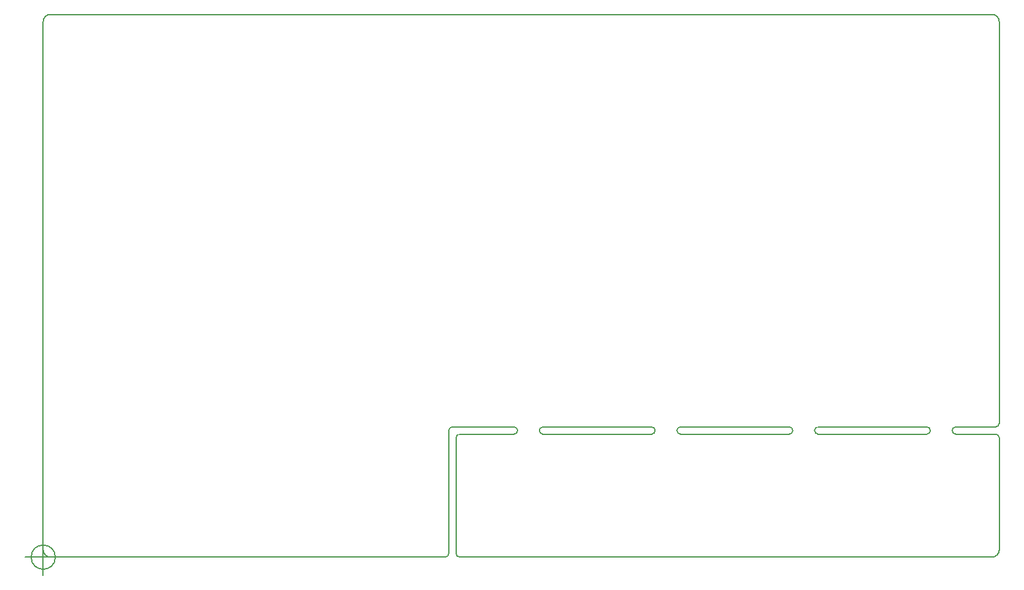
<source format=gko>
G04 #@! TF.FileFunction,Profile,NP*
%FSLAX46Y46*%
G04 Gerber Fmt 4.6, Leading zero omitted, Abs format (unit mm)*
G04 Created by KiCad (PCBNEW 4.0.7) date *
%MOMM*%
%LPD*%
G01*
G04 APERTURE LIST*
%ADD10C,0.100000*%
%ADD11C,0.200000*%
G04 APERTURE END LIST*
D10*
D11*
X101666666Y-130000000D02*
G75*
G03X101666666Y-130000000I-1666666J0D01*
G01*
X97500000Y-130000000D02*
X102500000Y-130000000D01*
X100000000Y-127500000D02*
X100000000Y-132500000D01*
X101000000Y-130000000D02*
X155500000Y-130000000D01*
X157500000Y-130000000D02*
X231000000Y-130000000D01*
X231000000Y-55000000D02*
X101000000Y-55000000D01*
X232000000Y-111500000D02*
X232000000Y-56000000D01*
X232000000Y-113500000D02*
X232000000Y-129000000D01*
X226000000Y-113000000D02*
X231500000Y-113000000D01*
X231500000Y-112000000D02*
X226000000Y-112000000D01*
X156500000Y-112000000D02*
X165000000Y-112000000D01*
X165000000Y-113000000D02*
X157500000Y-113000000D01*
X184000000Y-113000000D02*
X169000000Y-113000000D01*
X203000000Y-113000000D02*
X188000000Y-113000000D01*
X188000000Y-112000000D02*
X203000000Y-112000000D01*
X222000000Y-113000000D02*
X207000000Y-113000000D01*
X207000000Y-112000000D02*
X222000000Y-112000000D01*
X169000000Y-112000000D02*
X184000000Y-112000000D01*
X165000000Y-113000000D02*
G75*
G03X165500000Y-112500000I0J500000D01*
G01*
X165500000Y-112500000D02*
G75*
G03X165000000Y-112000000I-500000J0D01*
G01*
X168500000Y-112500000D02*
G75*
G03X169000000Y-113000000I500000J0D01*
G01*
X169000000Y-112000000D02*
G75*
G03X168500000Y-112500000I0J-500000D01*
G01*
X184000000Y-113000000D02*
G75*
G03X184500000Y-112500000I0J500000D01*
G01*
X184500000Y-112500000D02*
G75*
G03X184000000Y-112000000I-500000J0D01*
G01*
X187500000Y-112500000D02*
G75*
G03X188000000Y-113000000I500000J0D01*
G01*
X188000000Y-112000000D02*
G75*
G03X187500000Y-112500000I0J-500000D01*
G01*
X203000000Y-113000000D02*
G75*
G03X203500000Y-112500000I0J500000D01*
G01*
X203500000Y-112500000D02*
G75*
G03X203000000Y-112000000I-500000J0D01*
G01*
X206500000Y-112500000D02*
G75*
G03X207000000Y-113000000I500000J0D01*
G01*
X207000000Y-112000000D02*
G75*
G03X206500000Y-112500000I0J-500000D01*
G01*
X222000000Y-113000000D02*
G75*
G03X222500000Y-112500000I0J500000D01*
G01*
X222500000Y-112500000D02*
G75*
G03X222000000Y-112000000I-500000J0D01*
G01*
X225500000Y-112500000D02*
G75*
G03X226000000Y-113000000I500000J0D01*
G01*
X226000000Y-112000000D02*
G75*
G03X225500000Y-112500000I0J-500000D01*
G01*
X157000000Y-113500000D02*
X157000000Y-129500000D01*
X156000000Y-112500000D02*
X156000000Y-129500000D01*
X155500000Y-130000000D02*
G75*
G03X156000000Y-129500000I0J500000D01*
G01*
X157000000Y-129500000D02*
G75*
G03X157500000Y-130000000I500000J0D01*
G01*
X156500000Y-112000000D02*
G75*
G03X156000000Y-112500000I0J-500000D01*
G01*
X157500000Y-113000000D02*
G75*
G03X157000000Y-113500000I0J-500000D01*
G01*
X231500000Y-112000000D02*
G75*
G03X232000000Y-111500000I0J500000D01*
G01*
X232000000Y-113500000D02*
G75*
G03X231500000Y-113000000I-500000J0D01*
G01*
X231000000Y-130000000D02*
G75*
G03X232000000Y-129000000I0J1000000D01*
G01*
X232000000Y-56000000D02*
G75*
G03X231000000Y-55000000I-1000000J0D01*
G01*
X100000000Y-56000000D02*
X100000000Y-129000000D01*
X101000000Y-55000000D02*
G75*
G03X100000000Y-56000000I0J-1000000D01*
G01*
X100000000Y-129000000D02*
G75*
G03X101000000Y-130000000I1000000J0D01*
G01*
M02*

</source>
